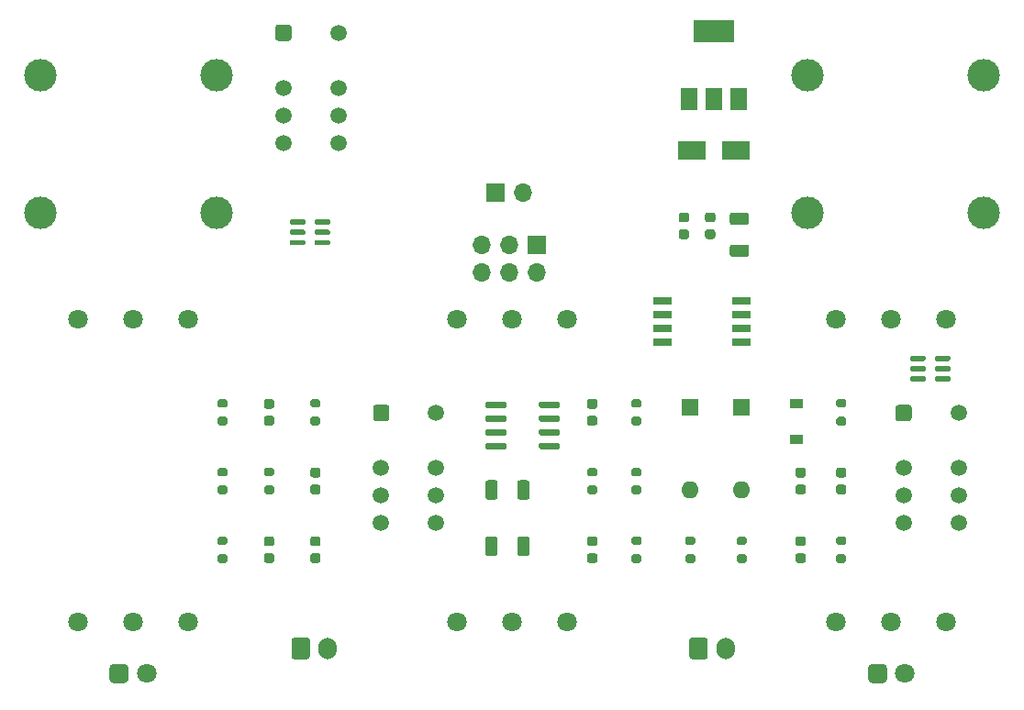
<source format=gbr>
%TF.GenerationSoftware,KiCad,Pcbnew,(5.1.9-0-10_14)*%
%TF.CreationDate,2021-06-12T10:18:14-06:00*%
%TF.ProjectId,template,74656d70-6c61-4746-952e-6b696361645f,rev?*%
%TF.SameCoordinates,Original*%
%TF.FileFunction,Soldermask,Top*%
%TF.FilePolarity,Negative*%
%FSLAX46Y46*%
G04 Gerber Fmt 4.6, Leading zero omitted, Abs format (unit mm)*
G04 Created by KiCad (PCBNEW (5.1.9-0-10_14)) date 2021-06-12 10:18:14*
%MOMM*%
%LPD*%
G01*
G04 APERTURE LIST*
%ADD10C,1.800000*%
%ADD11O,1.700000X1.700000*%
%ADD12R,1.700000X1.700000*%
%ADD13R,1.500000X2.000000*%
%ADD14R,3.800000X2.000000*%
%ADD15R,1.700000X0.650000*%
%ADD16C,3.000000*%
%ADD17O,1.700000X2.000000*%
%ADD18R,1.200000X0.900000*%
%ADD19O,1.600000X1.600000*%
%ADD20R,1.600000X1.600000*%
%ADD21C,1.500000*%
%ADD22R,2.500000X1.800000*%
G04 APERTURE END LIST*
D10*
%TO.C,RV6*%
X102580000Y-108000000D03*
X92420000Y-108000000D03*
X97500000Y-108000000D03*
%TD*%
D11*
%TO.C,J4*%
X129720000Y-75700000D03*
X129720000Y-73160000D03*
X132260000Y-75700000D03*
X132260000Y-73160000D03*
X134800000Y-75700000D03*
D12*
X134800000Y-73160000D03*
%TD*%
%TO.C,R4*%
G36*
G01*
X144250000Y-94527500D02*
X143700000Y-94527500D01*
G75*
G02*
X143500000Y-94327500I0J200000D01*
G01*
X143500000Y-93927500D01*
G75*
G02*
X143700000Y-93727500I200000J0D01*
G01*
X144250000Y-93727500D01*
G75*
G02*
X144450000Y-93927500I0J-200000D01*
G01*
X144450000Y-94327500D01*
G75*
G02*
X144250000Y-94527500I-200000J0D01*
G01*
G37*
G36*
G01*
X144250000Y-96177500D02*
X143700000Y-96177500D01*
G75*
G02*
X143500000Y-95977500I0J200000D01*
G01*
X143500000Y-95577500D01*
G75*
G02*
X143700000Y-95377500I200000J0D01*
G01*
X144250000Y-95377500D01*
G75*
G02*
X144450000Y-95577500I0J-200000D01*
G01*
X144450000Y-95977500D01*
G75*
G02*
X144250000Y-96177500I-200000J0D01*
G01*
G37*
%TD*%
%TO.C,C1*%
G36*
G01*
X148605000Y-71080000D02*
X148105000Y-71080000D01*
G75*
G02*
X147880000Y-70855000I0J225000D01*
G01*
X147880000Y-70405000D01*
G75*
G02*
X148105000Y-70180000I225000J0D01*
G01*
X148605000Y-70180000D01*
G75*
G02*
X148830000Y-70405000I0J-225000D01*
G01*
X148830000Y-70855000D01*
G75*
G02*
X148605000Y-71080000I-225000J0D01*
G01*
G37*
G36*
G01*
X148605000Y-72630000D02*
X148105000Y-72630000D01*
G75*
G02*
X147880000Y-72405000I0J225000D01*
G01*
X147880000Y-71955000D01*
G75*
G02*
X148105000Y-71730000I225000J0D01*
G01*
X148605000Y-71730000D01*
G75*
G02*
X148830000Y-71955000I0J-225000D01*
G01*
X148830000Y-72405000D01*
G75*
G02*
X148605000Y-72630000I-225000J0D01*
G01*
G37*
%TD*%
%TO.C,C2*%
G36*
G01*
X131175000Y-95124999D02*
X131175000Y-96425001D01*
G75*
G02*
X130925001Y-96675000I-249999J0D01*
G01*
X130274999Y-96675000D01*
G75*
G02*
X130025000Y-96425001I0J249999D01*
G01*
X130025000Y-95124999D01*
G75*
G02*
X130274999Y-94875000I249999J0D01*
G01*
X130925001Y-94875000D01*
G75*
G02*
X131175000Y-95124999I0J-249999D01*
G01*
G37*
G36*
G01*
X134125000Y-95124999D02*
X134125000Y-96425001D01*
G75*
G02*
X133875001Y-96675000I-249999J0D01*
G01*
X133224999Y-96675000D01*
G75*
G02*
X132975000Y-96425001I0J249999D01*
G01*
X132975000Y-95124999D01*
G75*
G02*
X133224999Y-94875000I249999J0D01*
G01*
X133875001Y-94875000D01*
G75*
G02*
X134125000Y-95124999I0J-249999D01*
G01*
G37*
%TD*%
%TO.C,C3*%
G36*
G01*
X151025000Y-71075000D02*
X150525000Y-71075000D01*
G75*
G02*
X150300000Y-70850000I0J225000D01*
G01*
X150300000Y-70400000D01*
G75*
G02*
X150525000Y-70175000I225000J0D01*
G01*
X151025000Y-70175000D01*
G75*
G02*
X151250000Y-70400000I0J-225000D01*
G01*
X151250000Y-70850000D01*
G75*
G02*
X151025000Y-71075000I-225000J0D01*
G01*
G37*
G36*
G01*
X151025000Y-72625000D02*
X150525000Y-72625000D01*
G75*
G02*
X150300000Y-72400000I0J225000D01*
G01*
X150300000Y-71950000D01*
G75*
G02*
X150525000Y-71725000I225000J0D01*
G01*
X151025000Y-71725000D01*
G75*
G02*
X151250000Y-71950000I0J-225000D01*
G01*
X151250000Y-72400000D01*
G75*
G02*
X151025000Y-72625000I-225000J0D01*
G01*
G37*
%TD*%
%TO.C,C4*%
G36*
G01*
X154125001Y-71325000D02*
X152824999Y-71325000D01*
G75*
G02*
X152575000Y-71075001I0J249999D01*
G01*
X152575000Y-70424999D01*
G75*
G02*
X152824999Y-70175000I249999J0D01*
G01*
X154125001Y-70175000D01*
G75*
G02*
X154375000Y-70424999I0J-249999D01*
G01*
X154375000Y-71075001D01*
G75*
G02*
X154125001Y-71325000I-249999J0D01*
G01*
G37*
G36*
G01*
X154125001Y-74275000D02*
X152824999Y-74275000D01*
G75*
G02*
X152575000Y-74025001I0J249999D01*
G01*
X152575000Y-73374999D01*
G75*
G02*
X152824999Y-73125000I249999J0D01*
G01*
X154125001Y-73125000D01*
G75*
G02*
X154375000Y-73374999I0J-249999D01*
G01*
X154375000Y-74025001D01*
G75*
G02*
X154125001Y-74275000I-249999J0D01*
G01*
G37*
%TD*%
D13*
%TO.C,U1*%
X148825000Y-59700000D03*
X153425000Y-59700000D03*
X151125000Y-59700000D03*
D14*
X151125000Y-53400000D03*
%TD*%
D15*
%TO.C,U2*%
X153650000Y-78360000D03*
X153650000Y-79630000D03*
X153650000Y-80900000D03*
X153650000Y-82170000D03*
X146350000Y-82170000D03*
X146350000Y-80900000D03*
X146350000Y-79630000D03*
X146350000Y-78360000D03*
%TD*%
D16*
%TO.C,J3*%
X176005000Y-70225000D03*
X176005000Y-57525000D03*
X159775000Y-70225000D03*
X159775000Y-57525000D03*
%TD*%
D10*
%TO.C,RV4*%
X137580000Y-108000000D03*
X127420000Y-108000000D03*
X132500000Y-108000000D03*
%TD*%
D17*
%TO.C,SW2*%
X152200000Y-110400000D03*
G36*
G01*
X148850000Y-111150000D02*
X148850000Y-109650000D01*
G75*
G02*
X149100000Y-109400000I250000J0D01*
G01*
X150300000Y-109400000D01*
G75*
G02*
X150550000Y-109650000I0J-250000D01*
G01*
X150550000Y-111150000D01*
G75*
G02*
X150300000Y-111400000I-250000J0D01*
G01*
X149100000Y-111400000D01*
G75*
G02*
X148850000Y-111150000I0J250000D01*
G01*
G37*
%TD*%
%TO.C,SW1*%
X115500000Y-110400000D03*
G36*
G01*
X112150000Y-111150000D02*
X112150000Y-109650000D01*
G75*
G02*
X112400000Y-109400000I250000J0D01*
G01*
X113600000Y-109400000D01*
G75*
G02*
X113850000Y-109650000I0J-250000D01*
G01*
X113850000Y-111150000D01*
G75*
G02*
X113600000Y-111400000I-250000J0D01*
G01*
X112400000Y-111400000D01*
G75*
G02*
X112150000Y-111150000I0J250000D01*
G01*
G37*
%TD*%
%TO.C,R10*%
G36*
G01*
X106050000Y-88185000D02*
X105500000Y-88185000D01*
G75*
G02*
X105300000Y-87985000I0J200000D01*
G01*
X105300000Y-87585000D01*
G75*
G02*
X105500000Y-87385000I200000J0D01*
G01*
X106050000Y-87385000D01*
G75*
G02*
X106250000Y-87585000I0J-200000D01*
G01*
X106250000Y-87985000D01*
G75*
G02*
X106050000Y-88185000I-200000J0D01*
G01*
G37*
G36*
G01*
X106050000Y-89835000D02*
X105500000Y-89835000D01*
G75*
G02*
X105300000Y-89635000I0J200000D01*
G01*
X105300000Y-89235000D01*
G75*
G02*
X105500000Y-89035000I200000J0D01*
G01*
X106050000Y-89035000D01*
G75*
G02*
X106250000Y-89235000I0J-200000D01*
G01*
X106250000Y-89635000D01*
G75*
G02*
X106050000Y-89835000I-200000J0D01*
G01*
G37*
%TD*%
D10*
%TO.C,RV3*%
X137580000Y-80000000D03*
X127420000Y-80000000D03*
X132500000Y-80000000D03*
%TD*%
%TO.C,C7*%
G36*
G01*
X140150000Y-89835000D02*
X139650000Y-89835000D01*
G75*
G02*
X139425000Y-89610000I0J225000D01*
G01*
X139425000Y-89160000D01*
G75*
G02*
X139650000Y-88935000I225000J0D01*
G01*
X140150000Y-88935000D01*
G75*
G02*
X140375000Y-89160000I0J-225000D01*
G01*
X140375000Y-89610000D01*
G75*
G02*
X140150000Y-89835000I-225000J0D01*
G01*
G37*
G36*
G01*
X140150000Y-88285000D02*
X139650000Y-88285000D01*
G75*
G02*
X139425000Y-88060000I0J225000D01*
G01*
X139425000Y-87610000D01*
G75*
G02*
X139650000Y-87385000I225000J0D01*
G01*
X140150000Y-87385000D01*
G75*
G02*
X140375000Y-87610000I0J-225000D01*
G01*
X140375000Y-88060000D01*
G75*
G02*
X140150000Y-88285000I-225000J0D01*
G01*
G37*
%TD*%
%TO.C,C8*%
G36*
G01*
X139650000Y-101620000D02*
X140150000Y-101620000D01*
G75*
G02*
X140375000Y-101845000I0J-225000D01*
G01*
X140375000Y-102295000D01*
G75*
G02*
X140150000Y-102520000I-225000J0D01*
G01*
X139650000Y-102520000D01*
G75*
G02*
X139425000Y-102295000I0J225000D01*
G01*
X139425000Y-101845000D01*
G75*
G02*
X139650000Y-101620000I225000J0D01*
G01*
G37*
G36*
G01*
X139650000Y-100070000D02*
X140150000Y-100070000D01*
G75*
G02*
X140375000Y-100295000I0J-225000D01*
G01*
X140375000Y-100745000D01*
G75*
G02*
X140150000Y-100970000I-225000J0D01*
G01*
X139650000Y-100970000D01*
G75*
G02*
X139425000Y-100745000I0J225000D01*
G01*
X139425000Y-100295000D01*
G75*
G02*
X139650000Y-100070000I225000J0D01*
G01*
G37*
%TD*%
%TO.C,C9*%
G36*
G01*
X163125000Y-94627500D02*
X162625000Y-94627500D01*
G75*
G02*
X162400000Y-94402500I0J225000D01*
G01*
X162400000Y-93952500D01*
G75*
G02*
X162625000Y-93727500I225000J0D01*
G01*
X163125000Y-93727500D01*
G75*
G02*
X163350000Y-93952500I0J-225000D01*
G01*
X163350000Y-94402500D01*
G75*
G02*
X163125000Y-94627500I-225000J0D01*
G01*
G37*
G36*
G01*
X163125000Y-96177500D02*
X162625000Y-96177500D01*
G75*
G02*
X162400000Y-95952500I0J225000D01*
G01*
X162400000Y-95502500D01*
G75*
G02*
X162625000Y-95277500I225000J0D01*
G01*
X163125000Y-95277500D01*
G75*
G02*
X163350000Y-95502500I0J-225000D01*
G01*
X163350000Y-95952500D01*
G75*
G02*
X163125000Y-96177500I-225000J0D01*
G01*
G37*
%TD*%
%TO.C,C10*%
G36*
G01*
X109825000Y-88935000D02*
X110325000Y-88935000D01*
G75*
G02*
X110550000Y-89160000I0J-225000D01*
G01*
X110550000Y-89610000D01*
G75*
G02*
X110325000Y-89835000I-225000J0D01*
G01*
X109825000Y-89835000D01*
G75*
G02*
X109600000Y-89610000I0J225000D01*
G01*
X109600000Y-89160000D01*
G75*
G02*
X109825000Y-88935000I225000J0D01*
G01*
G37*
G36*
G01*
X109825000Y-87385000D02*
X110325000Y-87385000D01*
G75*
G02*
X110550000Y-87610000I0J-225000D01*
G01*
X110550000Y-88060000D01*
G75*
G02*
X110325000Y-88285000I-225000J0D01*
G01*
X109825000Y-88285000D01*
G75*
G02*
X109600000Y-88060000I0J225000D01*
G01*
X109600000Y-87610000D01*
G75*
G02*
X109825000Y-87385000I225000J0D01*
G01*
G37*
%TD*%
%TO.C,C11*%
G36*
G01*
X114100000Y-95277500D02*
X114600000Y-95277500D01*
G75*
G02*
X114825000Y-95502500I0J-225000D01*
G01*
X114825000Y-95952500D01*
G75*
G02*
X114600000Y-96177500I-225000J0D01*
G01*
X114100000Y-96177500D01*
G75*
G02*
X113875000Y-95952500I0J225000D01*
G01*
X113875000Y-95502500D01*
G75*
G02*
X114100000Y-95277500I225000J0D01*
G01*
G37*
G36*
G01*
X114100000Y-93727500D02*
X114600000Y-93727500D01*
G75*
G02*
X114825000Y-93952500I0J-225000D01*
G01*
X114825000Y-94402500D01*
G75*
G02*
X114600000Y-94627500I-225000J0D01*
G01*
X114100000Y-94627500D01*
G75*
G02*
X113875000Y-94402500I0J225000D01*
G01*
X113875000Y-93952500D01*
G75*
G02*
X114100000Y-93727500I225000J0D01*
G01*
G37*
%TD*%
%TO.C,C12*%
G36*
G01*
X110325000Y-100970000D02*
X109825000Y-100970000D01*
G75*
G02*
X109600000Y-100745000I0J225000D01*
G01*
X109600000Y-100295000D01*
G75*
G02*
X109825000Y-100070000I225000J0D01*
G01*
X110325000Y-100070000D01*
G75*
G02*
X110550000Y-100295000I0J-225000D01*
G01*
X110550000Y-100745000D01*
G75*
G02*
X110325000Y-100970000I-225000J0D01*
G01*
G37*
G36*
G01*
X110325000Y-102520000D02*
X109825000Y-102520000D01*
G75*
G02*
X109600000Y-102295000I0J225000D01*
G01*
X109600000Y-101845000D01*
G75*
G02*
X109825000Y-101620000I225000J0D01*
G01*
X110325000Y-101620000D01*
G75*
G02*
X110550000Y-101845000I0J-225000D01*
G01*
X110550000Y-102295000D01*
G75*
G02*
X110325000Y-102520000I-225000J0D01*
G01*
G37*
%TD*%
%TO.C,C13*%
G36*
G01*
X131175000Y-100324999D02*
X131175000Y-101625001D01*
G75*
G02*
X130925001Y-101875000I-249999J0D01*
G01*
X130274999Y-101875000D01*
G75*
G02*
X130025000Y-101625001I0J249999D01*
G01*
X130025000Y-100324999D01*
G75*
G02*
X130274999Y-100075000I249999J0D01*
G01*
X130925001Y-100075000D01*
G75*
G02*
X131175000Y-100324999I0J-249999D01*
G01*
G37*
G36*
G01*
X134125000Y-100324999D02*
X134125000Y-101625001D01*
G75*
G02*
X133875001Y-101875000I-249999J0D01*
G01*
X133224999Y-101875000D01*
G75*
G02*
X132975000Y-101625001I0J249999D01*
G01*
X132975000Y-100324999D01*
G75*
G02*
X133224999Y-100075000I249999J0D01*
G01*
X133875001Y-100075000D01*
G75*
G02*
X134125000Y-100324999I0J-249999D01*
G01*
G37*
%TD*%
%TO.C,C14*%
G36*
G01*
X114600000Y-100970000D02*
X114100000Y-100970000D01*
G75*
G02*
X113875000Y-100745000I0J225000D01*
G01*
X113875000Y-100295000D01*
G75*
G02*
X114100000Y-100070000I225000J0D01*
G01*
X114600000Y-100070000D01*
G75*
G02*
X114825000Y-100295000I0J-225000D01*
G01*
X114825000Y-100745000D01*
G75*
G02*
X114600000Y-100970000I-225000J0D01*
G01*
G37*
G36*
G01*
X114600000Y-102520000D02*
X114100000Y-102520000D01*
G75*
G02*
X113875000Y-102295000I0J225000D01*
G01*
X113875000Y-101845000D01*
G75*
G02*
X114100000Y-101620000I225000J0D01*
G01*
X114600000Y-101620000D01*
G75*
G02*
X114825000Y-101845000I0J-225000D01*
G01*
X114825000Y-102295000D01*
G75*
G02*
X114600000Y-102520000I-225000J0D01*
G01*
G37*
%TD*%
D18*
%TO.C,D4*%
X158705000Y-87800000D03*
X158705000Y-91100000D03*
%TD*%
D19*
%TO.C,D5*%
X148950000Y-95795000D03*
D20*
X148950000Y-88175000D03*
%TD*%
D19*
%TO.C,D6*%
X153700000Y-95770000D03*
D20*
X153700000Y-88150000D03*
%TD*%
%TO.C,R3*%
G36*
G01*
X143700000Y-87385000D02*
X144250000Y-87385000D01*
G75*
G02*
X144450000Y-87585000I0J-200000D01*
G01*
X144450000Y-87985000D01*
G75*
G02*
X144250000Y-88185000I-200000J0D01*
G01*
X143700000Y-88185000D01*
G75*
G02*
X143500000Y-87985000I0J200000D01*
G01*
X143500000Y-87585000D01*
G75*
G02*
X143700000Y-87385000I200000J0D01*
G01*
G37*
G36*
G01*
X143700000Y-89035000D02*
X144250000Y-89035000D01*
G75*
G02*
X144450000Y-89235000I0J-200000D01*
G01*
X144450000Y-89635000D01*
G75*
G02*
X144250000Y-89835000I-200000J0D01*
G01*
X143700000Y-89835000D01*
G75*
G02*
X143500000Y-89635000I0J200000D01*
G01*
X143500000Y-89235000D01*
G75*
G02*
X143700000Y-89035000I200000J0D01*
G01*
G37*
%TD*%
%TO.C,R5*%
G36*
G01*
X144250000Y-100870000D02*
X143700000Y-100870000D01*
G75*
G02*
X143500000Y-100670000I0J200000D01*
G01*
X143500000Y-100270000D01*
G75*
G02*
X143700000Y-100070000I200000J0D01*
G01*
X144250000Y-100070000D01*
G75*
G02*
X144450000Y-100270000I0J-200000D01*
G01*
X144450000Y-100670000D01*
G75*
G02*
X144250000Y-100870000I-200000J0D01*
G01*
G37*
G36*
G01*
X144250000Y-102520000D02*
X143700000Y-102520000D01*
G75*
G02*
X143500000Y-102320000I0J200000D01*
G01*
X143500000Y-101920000D01*
G75*
G02*
X143700000Y-101720000I200000J0D01*
G01*
X144250000Y-101720000D01*
G75*
G02*
X144450000Y-101920000I0J-200000D01*
G01*
X144450000Y-102320000D01*
G75*
G02*
X144250000Y-102520000I-200000J0D01*
G01*
G37*
%TD*%
%TO.C,R7*%
G36*
G01*
X162600000Y-89035000D02*
X163150000Y-89035000D01*
G75*
G02*
X163350000Y-89235000I0J-200000D01*
G01*
X163350000Y-89635000D01*
G75*
G02*
X163150000Y-89835000I-200000J0D01*
G01*
X162600000Y-89835000D01*
G75*
G02*
X162400000Y-89635000I0J200000D01*
G01*
X162400000Y-89235000D01*
G75*
G02*
X162600000Y-89035000I200000J0D01*
G01*
G37*
G36*
G01*
X162600000Y-87385000D02*
X163150000Y-87385000D01*
G75*
G02*
X163350000Y-87585000I0J-200000D01*
G01*
X163350000Y-87985000D01*
G75*
G02*
X163150000Y-88185000I-200000J0D01*
G01*
X162600000Y-88185000D01*
G75*
G02*
X162400000Y-87985000I0J200000D01*
G01*
X162400000Y-87585000D01*
G75*
G02*
X162600000Y-87385000I200000J0D01*
G01*
G37*
%TD*%
%TO.C,R8*%
G36*
G01*
X114625000Y-88185000D02*
X114075000Y-88185000D01*
G75*
G02*
X113875000Y-87985000I0J200000D01*
G01*
X113875000Y-87585000D01*
G75*
G02*
X114075000Y-87385000I200000J0D01*
G01*
X114625000Y-87385000D01*
G75*
G02*
X114825000Y-87585000I0J-200000D01*
G01*
X114825000Y-87985000D01*
G75*
G02*
X114625000Y-88185000I-200000J0D01*
G01*
G37*
G36*
G01*
X114625000Y-89835000D02*
X114075000Y-89835000D01*
G75*
G02*
X113875000Y-89635000I0J200000D01*
G01*
X113875000Y-89235000D01*
G75*
G02*
X114075000Y-89035000I200000J0D01*
G01*
X114625000Y-89035000D01*
G75*
G02*
X114825000Y-89235000I0J-200000D01*
G01*
X114825000Y-89635000D01*
G75*
G02*
X114625000Y-89835000I-200000J0D01*
G01*
G37*
%TD*%
%TO.C,R9*%
G36*
G01*
X110350000Y-94527500D02*
X109800000Y-94527500D01*
G75*
G02*
X109600000Y-94327500I0J200000D01*
G01*
X109600000Y-93927500D01*
G75*
G02*
X109800000Y-93727500I200000J0D01*
G01*
X110350000Y-93727500D01*
G75*
G02*
X110550000Y-93927500I0J-200000D01*
G01*
X110550000Y-94327500D01*
G75*
G02*
X110350000Y-94527500I-200000J0D01*
G01*
G37*
G36*
G01*
X110350000Y-96177500D02*
X109800000Y-96177500D01*
G75*
G02*
X109600000Y-95977500I0J200000D01*
G01*
X109600000Y-95577500D01*
G75*
G02*
X109800000Y-95377500I200000J0D01*
G01*
X110350000Y-95377500D01*
G75*
G02*
X110550000Y-95577500I0J-200000D01*
G01*
X110550000Y-95977500D01*
G75*
G02*
X110350000Y-96177500I-200000J0D01*
G01*
G37*
%TD*%
%TO.C,R11*%
G36*
G01*
X106050000Y-94527500D02*
X105500000Y-94527500D01*
G75*
G02*
X105300000Y-94327500I0J200000D01*
G01*
X105300000Y-93927500D01*
G75*
G02*
X105500000Y-93727500I200000J0D01*
G01*
X106050000Y-93727500D01*
G75*
G02*
X106250000Y-93927500I0J-200000D01*
G01*
X106250000Y-94327500D01*
G75*
G02*
X106050000Y-94527500I-200000J0D01*
G01*
G37*
G36*
G01*
X106050000Y-96177500D02*
X105500000Y-96177500D01*
G75*
G02*
X105300000Y-95977500I0J200000D01*
G01*
X105300000Y-95577500D01*
G75*
G02*
X105500000Y-95377500I200000J0D01*
G01*
X106050000Y-95377500D01*
G75*
G02*
X106250000Y-95577500I0J-200000D01*
G01*
X106250000Y-95977500D01*
G75*
G02*
X106050000Y-96177500I-200000J0D01*
G01*
G37*
%TD*%
%TO.C,R12*%
G36*
G01*
X106050000Y-100870000D02*
X105500000Y-100870000D01*
G75*
G02*
X105300000Y-100670000I0J200000D01*
G01*
X105300000Y-100270000D01*
G75*
G02*
X105500000Y-100070000I200000J0D01*
G01*
X106050000Y-100070000D01*
G75*
G02*
X106250000Y-100270000I0J-200000D01*
G01*
X106250000Y-100670000D01*
G75*
G02*
X106050000Y-100870000I-200000J0D01*
G01*
G37*
G36*
G01*
X106050000Y-102520000D02*
X105500000Y-102520000D01*
G75*
G02*
X105300000Y-102320000I0J200000D01*
G01*
X105300000Y-101920000D01*
G75*
G02*
X105500000Y-101720000I200000J0D01*
G01*
X106050000Y-101720000D01*
G75*
G02*
X106250000Y-101920000I0J-200000D01*
G01*
X106250000Y-102320000D01*
G75*
G02*
X106050000Y-102520000I-200000J0D01*
G01*
G37*
%TD*%
%TO.C,R13*%
G36*
G01*
X139625000Y-95377500D02*
X140175000Y-95377500D01*
G75*
G02*
X140375000Y-95577500I0J-200000D01*
G01*
X140375000Y-95977500D01*
G75*
G02*
X140175000Y-96177500I-200000J0D01*
G01*
X139625000Y-96177500D01*
G75*
G02*
X139425000Y-95977500I0J200000D01*
G01*
X139425000Y-95577500D01*
G75*
G02*
X139625000Y-95377500I200000J0D01*
G01*
G37*
G36*
G01*
X139625000Y-93727500D02*
X140175000Y-93727500D01*
G75*
G02*
X140375000Y-93927500I0J-200000D01*
G01*
X140375000Y-94327500D01*
G75*
G02*
X140175000Y-94527500I-200000J0D01*
G01*
X139625000Y-94527500D01*
G75*
G02*
X139425000Y-94327500I0J200000D01*
G01*
X139425000Y-93927500D01*
G75*
G02*
X139625000Y-93727500I200000J0D01*
G01*
G37*
%TD*%
%TO.C,R14*%
G36*
G01*
X148675000Y-101720000D02*
X149225000Y-101720000D01*
G75*
G02*
X149425000Y-101920000I0J-200000D01*
G01*
X149425000Y-102320000D01*
G75*
G02*
X149225000Y-102520000I-200000J0D01*
G01*
X148675000Y-102520000D01*
G75*
G02*
X148475000Y-102320000I0J200000D01*
G01*
X148475000Y-101920000D01*
G75*
G02*
X148675000Y-101720000I200000J0D01*
G01*
G37*
G36*
G01*
X148675000Y-100070000D02*
X149225000Y-100070000D01*
G75*
G02*
X149425000Y-100270000I0J-200000D01*
G01*
X149425000Y-100670000D01*
G75*
G02*
X149225000Y-100870000I-200000J0D01*
G01*
X148675000Y-100870000D01*
G75*
G02*
X148475000Y-100670000I0J200000D01*
G01*
X148475000Y-100270000D01*
G75*
G02*
X148675000Y-100070000I200000J0D01*
G01*
G37*
%TD*%
%TO.C,U5*%
G36*
G01*
X134975000Y-88075000D02*
X134975000Y-87775000D01*
G75*
G02*
X135125000Y-87625000I150000J0D01*
G01*
X136775000Y-87625000D01*
G75*
G02*
X136925000Y-87775000I0J-150000D01*
G01*
X136925000Y-88075000D01*
G75*
G02*
X136775000Y-88225000I-150000J0D01*
G01*
X135125000Y-88225000D01*
G75*
G02*
X134975000Y-88075000I0J150000D01*
G01*
G37*
G36*
G01*
X134975000Y-89345000D02*
X134975000Y-89045000D01*
G75*
G02*
X135125000Y-88895000I150000J0D01*
G01*
X136775000Y-88895000D01*
G75*
G02*
X136925000Y-89045000I0J-150000D01*
G01*
X136925000Y-89345000D01*
G75*
G02*
X136775000Y-89495000I-150000J0D01*
G01*
X135125000Y-89495000D01*
G75*
G02*
X134975000Y-89345000I0J150000D01*
G01*
G37*
G36*
G01*
X134975000Y-90615000D02*
X134975000Y-90315000D01*
G75*
G02*
X135125000Y-90165000I150000J0D01*
G01*
X136775000Y-90165000D01*
G75*
G02*
X136925000Y-90315000I0J-150000D01*
G01*
X136925000Y-90615000D01*
G75*
G02*
X136775000Y-90765000I-150000J0D01*
G01*
X135125000Y-90765000D01*
G75*
G02*
X134975000Y-90615000I0J150000D01*
G01*
G37*
G36*
G01*
X134975000Y-91885000D02*
X134975000Y-91585000D01*
G75*
G02*
X135125000Y-91435000I150000J0D01*
G01*
X136775000Y-91435000D01*
G75*
G02*
X136925000Y-91585000I0J-150000D01*
G01*
X136925000Y-91885000D01*
G75*
G02*
X136775000Y-92035000I-150000J0D01*
G01*
X135125000Y-92035000D01*
G75*
G02*
X134975000Y-91885000I0J150000D01*
G01*
G37*
G36*
G01*
X130025000Y-91885000D02*
X130025000Y-91585000D01*
G75*
G02*
X130175000Y-91435000I150000J0D01*
G01*
X131825000Y-91435000D01*
G75*
G02*
X131975000Y-91585000I0J-150000D01*
G01*
X131975000Y-91885000D01*
G75*
G02*
X131825000Y-92035000I-150000J0D01*
G01*
X130175000Y-92035000D01*
G75*
G02*
X130025000Y-91885000I0J150000D01*
G01*
G37*
G36*
G01*
X130025000Y-90615000D02*
X130025000Y-90315000D01*
G75*
G02*
X130175000Y-90165000I150000J0D01*
G01*
X131825000Y-90165000D01*
G75*
G02*
X131975000Y-90315000I0J-150000D01*
G01*
X131975000Y-90615000D01*
G75*
G02*
X131825000Y-90765000I-150000J0D01*
G01*
X130175000Y-90765000D01*
G75*
G02*
X130025000Y-90615000I0J150000D01*
G01*
G37*
G36*
G01*
X130025000Y-89345000D02*
X130025000Y-89045000D01*
G75*
G02*
X130175000Y-88895000I150000J0D01*
G01*
X131825000Y-88895000D01*
G75*
G02*
X131975000Y-89045000I0J-150000D01*
G01*
X131975000Y-89345000D01*
G75*
G02*
X131825000Y-89495000I-150000J0D01*
G01*
X130175000Y-89495000D01*
G75*
G02*
X130025000Y-89345000I0J150000D01*
G01*
G37*
G36*
G01*
X130025000Y-88075000D02*
X130025000Y-87775000D01*
G75*
G02*
X130175000Y-87625000I150000J0D01*
G01*
X131825000Y-87625000D01*
G75*
G02*
X131975000Y-87775000I0J-150000D01*
G01*
X131975000Y-88075000D01*
G75*
G02*
X131825000Y-88225000I-150000J0D01*
G01*
X130175000Y-88225000D01*
G75*
G02*
X130025000Y-88075000I0J150000D01*
G01*
G37*
%TD*%
D10*
%TO.C,RV1*%
X172580000Y-108000000D03*
X162420000Y-108000000D03*
X167500000Y-108000000D03*
%TD*%
%TO.C,D3*%
X168770000Y-112725000D03*
G36*
G01*
X165330000Y-113175000D02*
X165330000Y-112275000D01*
G75*
G02*
X165780000Y-111825000I450000J0D01*
G01*
X166680000Y-111825000D01*
G75*
G02*
X167130000Y-112275000I0J-450000D01*
G01*
X167130000Y-113175000D01*
G75*
G02*
X166680000Y-113625000I-450000J0D01*
G01*
X165780000Y-113625000D01*
G75*
G02*
X165330000Y-113175000I0J450000D01*
G01*
G37*
%TD*%
%TO.C,D2*%
X98770000Y-112725000D03*
G36*
G01*
X95330000Y-113175000D02*
X95330000Y-112275000D01*
G75*
G02*
X95780000Y-111825000I450000J0D01*
G01*
X96680000Y-111825000D01*
G75*
G02*
X97130000Y-112275000I0J-450000D01*
G01*
X97130000Y-113175000D01*
G75*
G02*
X96680000Y-113625000I-450000J0D01*
G01*
X95780000Y-113625000D01*
G75*
G02*
X95330000Y-113175000I0J450000D01*
G01*
G37*
%TD*%
%TO.C,U4*%
G36*
G01*
X171517500Y-83750000D02*
X171517500Y-83500000D01*
G75*
G02*
X171642500Y-83375000I125000J0D01*
G01*
X172817500Y-83375000D01*
G75*
G02*
X172942500Y-83500000I0J-125000D01*
G01*
X172942500Y-83750000D01*
G75*
G02*
X172817500Y-83875000I-125000J0D01*
G01*
X171642500Y-83875000D01*
G75*
G02*
X171517500Y-83750000I0J125000D01*
G01*
G37*
G36*
G01*
X171517500Y-84700000D02*
X171517500Y-84450000D01*
G75*
G02*
X171642500Y-84325000I125000J0D01*
G01*
X172817500Y-84325000D01*
G75*
G02*
X172942500Y-84450000I0J-125000D01*
G01*
X172942500Y-84700000D01*
G75*
G02*
X172817500Y-84825000I-125000J0D01*
G01*
X171642500Y-84825000D01*
G75*
G02*
X171517500Y-84700000I0J125000D01*
G01*
G37*
G36*
G01*
X171517500Y-85650000D02*
X171517500Y-85400000D01*
G75*
G02*
X171642500Y-85275000I125000J0D01*
G01*
X172817500Y-85275000D01*
G75*
G02*
X172942500Y-85400000I0J-125000D01*
G01*
X172942500Y-85650000D01*
G75*
G02*
X172817500Y-85775000I-125000J0D01*
G01*
X171642500Y-85775000D01*
G75*
G02*
X171517500Y-85650000I0J125000D01*
G01*
G37*
G36*
G01*
X169242500Y-85650000D02*
X169242500Y-85400000D01*
G75*
G02*
X169367500Y-85275000I125000J0D01*
G01*
X170542500Y-85275000D01*
G75*
G02*
X170667500Y-85400000I0J-125000D01*
G01*
X170667500Y-85650000D01*
G75*
G02*
X170542500Y-85775000I-125000J0D01*
G01*
X169367500Y-85775000D01*
G75*
G02*
X169242500Y-85650000I0J125000D01*
G01*
G37*
G36*
G01*
X169242500Y-84700000D02*
X169242500Y-84450000D01*
G75*
G02*
X169367500Y-84325000I125000J0D01*
G01*
X170542500Y-84325000D01*
G75*
G02*
X170667500Y-84450000I0J-125000D01*
G01*
X170667500Y-84700000D01*
G75*
G02*
X170542500Y-84825000I-125000J0D01*
G01*
X169367500Y-84825000D01*
G75*
G02*
X169242500Y-84700000I0J125000D01*
G01*
G37*
G36*
G01*
X169242500Y-83750000D02*
X169242500Y-83500000D01*
G75*
G02*
X169367500Y-83375000I125000J0D01*
G01*
X170542500Y-83375000D01*
G75*
G02*
X170667500Y-83500000I0J-125000D01*
G01*
X170667500Y-83750000D01*
G75*
G02*
X170542500Y-83875000I-125000J0D01*
G01*
X169367500Y-83875000D01*
G75*
G02*
X169242500Y-83750000I0J125000D01*
G01*
G37*
%TD*%
%TO.C,U3*%
G36*
G01*
X114275000Y-71175000D02*
X114275000Y-70925000D01*
G75*
G02*
X114400000Y-70800000I125000J0D01*
G01*
X115575000Y-70800000D01*
G75*
G02*
X115700000Y-70925000I0J-125000D01*
G01*
X115700000Y-71175000D01*
G75*
G02*
X115575000Y-71300000I-125000J0D01*
G01*
X114400000Y-71300000D01*
G75*
G02*
X114275000Y-71175000I0J125000D01*
G01*
G37*
G36*
G01*
X114275000Y-72125000D02*
X114275000Y-71875000D01*
G75*
G02*
X114400000Y-71750000I125000J0D01*
G01*
X115575000Y-71750000D01*
G75*
G02*
X115700000Y-71875000I0J-125000D01*
G01*
X115700000Y-72125000D01*
G75*
G02*
X115575000Y-72250000I-125000J0D01*
G01*
X114400000Y-72250000D01*
G75*
G02*
X114275000Y-72125000I0J125000D01*
G01*
G37*
G36*
G01*
X114275000Y-73075000D02*
X114275000Y-72825000D01*
G75*
G02*
X114400000Y-72700000I125000J0D01*
G01*
X115575000Y-72700000D01*
G75*
G02*
X115700000Y-72825000I0J-125000D01*
G01*
X115700000Y-73075000D01*
G75*
G02*
X115575000Y-73200000I-125000J0D01*
G01*
X114400000Y-73200000D01*
G75*
G02*
X114275000Y-73075000I0J125000D01*
G01*
G37*
G36*
G01*
X112000000Y-73075000D02*
X112000000Y-72825000D01*
G75*
G02*
X112125000Y-72700000I125000J0D01*
G01*
X113300000Y-72700000D01*
G75*
G02*
X113425000Y-72825000I0J-125000D01*
G01*
X113425000Y-73075000D01*
G75*
G02*
X113300000Y-73200000I-125000J0D01*
G01*
X112125000Y-73200000D01*
G75*
G02*
X112000000Y-73075000I0J125000D01*
G01*
G37*
G36*
G01*
X112000000Y-72125000D02*
X112000000Y-71875000D01*
G75*
G02*
X112125000Y-71750000I125000J0D01*
G01*
X113300000Y-71750000D01*
G75*
G02*
X113425000Y-71875000I0J-125000D01*
G01*
X113425000Y-72125000D01*
G75*
G02*
X113300000Y-72250000I-125000J0D01*
G01*
X112125000Y-72250000D01*
G75*
G02*
X112000000Y-72125000I0J125000D01*
G01*
G37*
G36*
G01*
X112000000Y-71175000D02*
X112000000Y-70925000D01*
G75*
G02*
X112125000Y-70800000I125000J0D01*
G01*
X113300000Y-70800000D01*
G75*
G02*
X113425000Y-70925000I0J-125000D01*
G01*
X113425000Y-71175000D01*
G75*
G02*
X113300000Y-71300000I-125000J0D01*
G01*
X112125000Y-71300000D01*
G75*
G02*
X112000000Y-71175000I0J125000D01*
G01*
G37*
%TD*%
%TO.C,RV5*%
X102580000Y-80000000D03*
X92420000Y-80000000D03*
X97500000Y-80000000D03*
%TD*%
%TO.C,RV2*%
X172580000Y-80000000D03*
X162420000Y-80000000D03*
X167500000Y-80000000D03*
%TD*%
%TO.C,R2*%
G36*
G01*
X163150000Y-100870000D02*
X162600000Y-100870000D01*
G75*
G02*
X162400000Y-100670000I0J200000D01*
G01*
X162400000Y-100270000D01*
G75*
G02*
X162600000Y-100070000I200000J0D01*
G01*
X163150000Y-100070000D01*
G75*
G02*
X163350000Y-100270000I0J-200000D01*
G01*
X163350000Y-100670000D01*
G75*
G02*
X163150000Y-100870000I-200000J0D01*
G01*
G37*
G36*
G01*
X163150000Y-102520000D02*
X162600000Y-102520000D01*
G75*
G02*
X162400000Y-102320000I0J200000D01*
G01*
X162400000Y-101920000D01*
G75*
G02*
X162600000Y-101720000I200000J0D01*
G01*
X163150000Y-101720000D01*
G75*
G02*
X163350000Y-101920000I0J-200000D01*
G01*
X163350000Y-102320000D01*
G75*
G02*
X163150000Y-102520000I-200000J0D01*
G01*
G37*
%TD*%
%TO.C,R1*%
G36*
G01*
X153975000Y-100870000D02*
X153425000Y-100870000D01*
G75*
G02*
X153225000Y-100670000I0J200000D01*
G01*
X153225000Y-100270000D01*
G75*
G02*
X153425000Y-100070000I200000J0D01*
G01*
X153975000Y-100070000D01*
G75*
G02*
X154175000Y-100270000I0J-200000D01*
G01*
X154175000Y-100670000D01*
G75*
G02*
X153975000Y-100870000I-200000J0D01*
G01*
G37*
G36*
G01*
X153975000Y-102520000D02*
X153425000Y-102520000D01*
G75*
G02*
X153225000Y-102320000I0J200000D01*
G01*
X153225000Y-101920000D01*
G75*
G02*
X153425000Y-101720000I200000J0D01*
G01*
X153975000Y-101720000D01*
G75*
G02*
X154175000Y-101920000I0J-200000D01*
G01*
X154175000Y-102320000D01*
G75*
G02*
X153975000Y-102520000I-200000J0D01*
G01*
G37*
%TD*%
D21*
%TO.C,K3*%
X125505000Y-88675000D03*
X125505000Y-93755000D03*
X125505000Y-96295000D03*
X125505000Y-98835000D03*
X120425000Y-98835000D03*
X120425000Y-96295000D03*
X120425000Y-93755000D03*
G36*
G01*
X119675000Y-89174500D02*
X119675000Y-88175500D01*
G75*
G02*
X119925500Y-87925000I250500J0D01*
G01*
X120924500Y-87925000D01*
G75*
G02*
X121175000Y-88175500I0J-250500D01*
G01*
X121175000Y-89174500D01*
G75*
G02*
X120924500Y-89425000I-250500J0D01*
G01*
X119925500Y-89425000D01*
G75*
G02*
X119675000Y-89174500I0J250500D01*
G01*
G37*
%TD*%
%TO.C,K2*%
X173705000Y-88675000D03*
X173705000Y-93755000D03*
X173705000Y-96295000D03*
X173705000Y-98835000D03*
X168625000Y-98835000D03*
X168625000Y-96295000D03*
X168625000Y-93755000D03*
G36*
G01*
X167875000Y-89174500D02*
X167875000Y-88175500D01*
G75*
G02*
X168125500Y-87925000I250500J0D01*
G01*
X169124500Y-87925000D01*
G75*
G02*
X169375000Y-88175500I0J-250500D01*
G01*
X169375000Y-89174500D01*
G75*
G02*
X169124500Y-89425000I-250500J0D01*
G01*
X168125500Y-89425000D01*
G75*
G02*
X167875000Y-89174500I0J250500D01*
G01*
G37*
%TD*%
%TO.C,K1*%
X116480000Y-53575000D03*
X116480000Y-58655000D03*
X116480000Y-61195000D03*
X116480000Y-63735000D03*
X111400000Y-63735000D03*
X111400000Y-61195000D03*
X111400000Y-58655000D03*
G36*
G01*
X110650000Y-54074500D02*
X110650000Y-53075500D01*
G75*
G02*
X110900500Y-52825000I250500J0D01*
G01*
X111899500Y-52825000D01*
G75*
G02*
X112150000Y-53075500I0J-250500D01*
G01*
X112150000Y-54074500D01*
G75*
G02*
X111899500Y-54325000I-250500J0D01*
G01*
X110900500Y-54325000D01*
G75*
G02*
X110650000Y-54074500I0J250500D01*
G01*
G37*
%TD*%
D16*
%TO.C,J2*%
X105230000Y-70225001D03*
X105230000Y-57525001D03*
X89000000Y-70225001D03*
X89000000Y-57525001D03*
%TD*%
D11*
%TO.C,J1*%
X133540000Y-68300000D03*
D12*
X131000000Y-68300000D03*
%TD*%
D22*
%TO.C,D1*%
X149125000Y-64400000D03*
X153125000Y-64400000D03*
%TD*%
%TO.C,C6*%
G36*
G01*
X158875000Y-101620000D02*
X159375000Y-101620000D01*
G75*
G02*
X159600000Y-101845000I0J-225000D01*
G01*
X159600000Y-102295000D01*
G75*
G02*
X159375000Y-102520000I-225000J0D01*
G01*
X158875000Y-102520000D01*
G75*
G02*
X158650000Y-102295000I0J225000D01*
G01*
X158650000Y-101845000D01*
G75*
G02*
X158875000Y-101620000I225000J0D01*
G01*
G37*
G36*
G01*
X158875000Y-100070000D02*
X159375000Y-100070000D01*
G75*
G02*
X159600000Y-100295000I0J-225000D01*
G01*
X159600000Y-100745000D01*
G75*
G02*
X159375000Y-100970000I-225000J0D01*
G01*
X158875000Y-100970000D01*
G75*
G02*
X158650000Y-100745000I0J225000D01*
G01*
X158650000Y-100295000D01*
G75*
G02*
X158875000Y-100070000I225000J0D01*
G01*
G37*
%TD*%
%TO.C,C5*%
G36*
G01*
X158875000Y-95277500D02*
X159375000Y-95277500D01*
G75*
G02*
X159600000Y-95502500I0J-225000D01*
G01*
X159600000Y-95952500D01*
G75*
G02*
X159375000Y-96177500I-225000J0D01*
G01*
X158875000Y-96177500D01*
G75*
G02*
X158650000Y-95952500I0J225000D01*
G01*
X158650000Y-95502500D01*
G75*
G02*
X158875000Y-95277500I225000J0D01*
G01*
G37*
G36*
G01*
X158875000Y-93727500D02*
X159375000Y-93727500D01*
G75*
G02*
X159600000Y-93952500I0J-225000D01*
G01*
X159600000Y-94402500D01*
G75*
G02*
X159375000Y-94627500I-225000J0D01*
G01*
X158875000Y-94627500D01*
G75*
G02*
X158650000Y-94402500I0J225000D01*
G01*
X158650000Y-93952500D01*
G75*
G02*
X158875000Y-93727500I225000J0D01*
G01*
G37*
%TD*%
M02*

</source>
